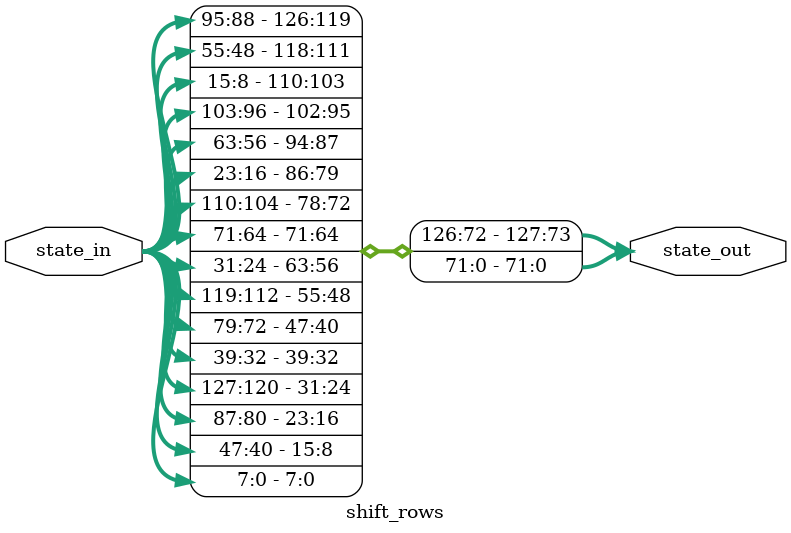
<source format=sv>


/////////////////////////////////////////////
// shift_rows
//   Section 5.1.2
/////////////////////////////////////////////

module shift_rows(input  logic [127:0] state_in,  // 4x4 matrix of bytes
                  output logic [127:0] state_out);
            
  // first row remains unshifted, the rest are cyclically shifted
  // row 0 (0, 4, 8, 12)
  // row 1 (1, 5, 9, 13) - shift by 1
  // row 2 (2, 6, 10, 14) - shift by 2
  // row 3 (3, 7, 11, 15)- shift by 3

  // row 0
  assign state_out[7:0] = state_in[7:0];        // byte 0 > 0
  assign state_out[39:32] = state_in[39:32];    // byte 4 > 4
  assign state_out[71:64] = state_in[71:64];    // byte 8 > 8
  assign state_out[103:96] = state_in[103:96];  // byte 12 > 12

  // row 1
  assign state_out[15:8] = state_in[47:40];     // byte 1 > 5
  assign state_out[47:40] = state_in[79:72];    // byte 5 > 9
  assign state_out[79:73] = state_in[111:104];  // byte 9 > 13
  assign state_out[111:104] = state_in[15:8];   // byte 13 > 1

  // row 2
  assign state_out[23:16] = state_in[87:80];    // byte 2 > 10
  assign state_out[55:48] = state_in[119:112];  // byte 6 > 14
  assign state_out[87:80] = state_in[23:16];    // byte 10 > 2
  assign state_out[119:112] = state_in[55:48];  // byte 14 > 6

  // row 3
  assign state_out[31:24] = state_in[127:120];  // byte 3 > 15
  assign state_out[63:56] = state_in[31:24];    // byte 7 > 3
  assign state_out[95:88] = state_in[63:56];    // byte 11 > 7
  assign state_out[127:120] = state_in[95:88];  // byte 15 > 11

endmodule
</source>
